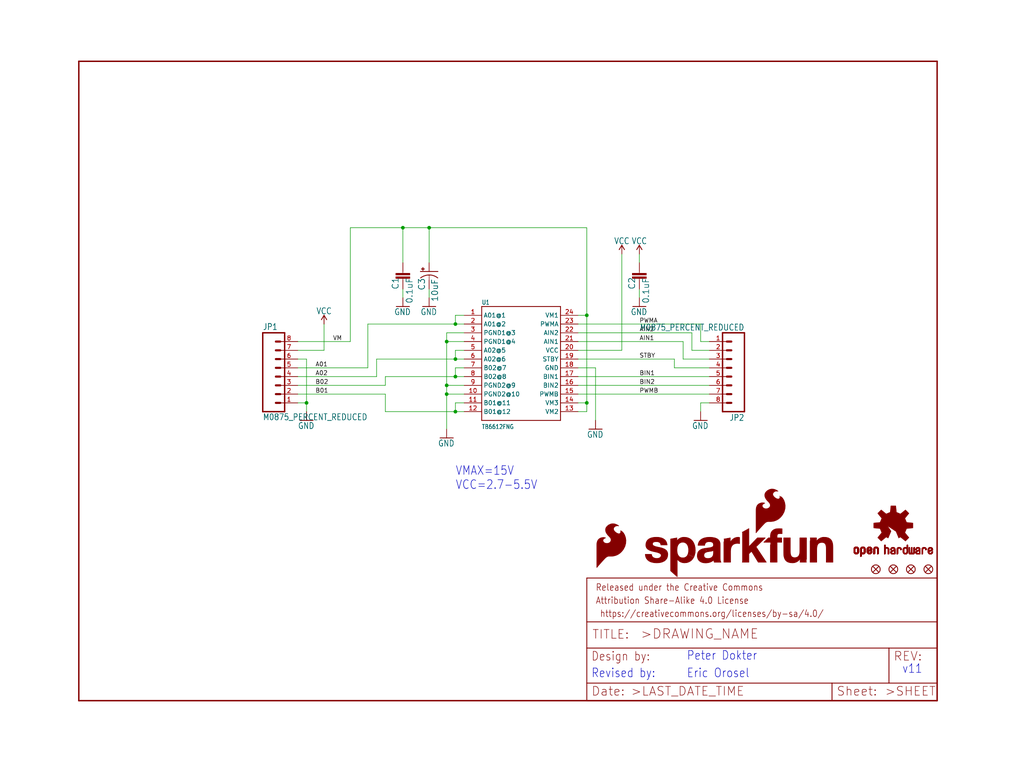
<source format=kicad_sch>
(kicad_sch (version 20211123) (generator eeschema)
  (paper "User" 297.002 223.926)
  (lib_symbols
    (symbol "eagleSchem-eagle-import:0.1UF-0402-16V-10%"
      (property "Reference" "C" (at 1.524 2.921 0))
      (property "Value" "0.1UF-0402-16V-10%" (at 1.524 -2.159 0))
      (symbol "0.1UF-0402-16V-10%_1_0"
        (pin passive line (at 0 5.08 270) (length 2.54) (name "1") (number "1"))
        (pin passive line (at 0 -2.54 90) (length 2.54) (name "2") (number "2"))
      )
    )
    (symbol "eagleSchem-eagle-import:10UF-POLAR-EIA3528-20V-10%(TANT)"
      (property "Reference" "C" (at 1.016 0.635 0))
      (property "Value" "10UF-POLAR-EIA3528-20V-10%(TANT)" (at 1.016 -4.191 0))
      (symbol "10UF-POLAR-EIA3528-20V-10%(TANT)_1_0"
        (pin passive line (at 0 2.54 270) (length 2.54) (name "+") (number "A"))
        (pin passive line (at 0 -5.08 90) (length 2.54) (name "-") (number "C"))
      )
    )
    (symbol "eagleSchem-eagle-import:FIDUCIALUFIDUCIAL")
    (symbol "eagleSchem-eagle-import:FRAME-LETTER"
      (symbol "FRAME-LETTER_2_0"
        (text " https://creativecommons.org/licenses/by-sa/4.0/" (at 2.54 24.13 0) (effects (font (size 1.9304 1.6408)) (justify left bottom)))
        (text ">DRAWING_NAME" (at 15.494 17.78 0) (effects (font (size 2.7432 2.7432)) (justify left bottom)))
        (text ">LAST_DATE_TIME" (at 12.7 1.27 0) (effects (font (size 2.54 2.54)) (justify left bottom)))
        (text ">SHEET" (at 86.36 1.27 0) (effects (font (size 2.54 2.54)) (justify left bottom)))
        (text "Attribution Share-Alike 4.0 License" (at 2.54 27.94 0) (effects (font (size 1.9304 1.6408)) (justify left bottom)))
        (text "Date:" (at 1.27 1.27 0) (effects (font (size 2.54 2.54)) (justify left bottom)))
        (text "Design by:" (at 1.27 11.43 0) (effects (font (size 2.54 2.159)) (justify left bottom)))
        (text "Released under the Creative Commons" (at 2.54 31.75 0) (effects (font (size 1.9304 1.6408)) (justify left bottom)))
        (text "REV:" (at 88.9 11.43 0) (effects (font (size 2.54 2.54)) (justify left bottom)))
        (text "Sheet:" (at 72.39 1.27 0) (effects (font (size 2.54 2.54)) (justify left bottom)))
        (text "TITLE:" (at 1.524 17.78 0) (effects (font (size 2.54 2.54)) (justify left bottom)))
      )
    )
    (symbol "eagleSchem-eagle-import:GND" (power)
      (property "Value" "GND" (at -2.54 -2.54 0))
      (symbol "GND_1_0"
        (pin power_in line (at 0 2.54 270) (length 2.54) (name "GND") (number "1"))
      )
    )
    (symbol "eagleSchem-eagle-import:M0875_PERCENT_REDUCED"
      (property "Reference" "JP" (at -5.08 13.462 0))
      (property "Value" "M0875_PERCENT_REDUCED" (at -5.08 -12.7 0))
      (symbol "M0875_PERCENT_REDUCED_1_0"
        (pin passive line (at 5.08 -7.62 180) (length 5.08) (name "1") (number "1"))
        (pin passive line (at 5.08 -5.08 180) (length 5.08) (name "2") (number "2"))
        (pin passive line (at 5.08 -2.54 180) (length 5.08) (name "3") (number "3"))
        (pin passive line (at 5.08 0 180) (length 5.08) (name "4") (number "4"))
        (pin passive line (at 5.08 2.54 180) (length 5.08) (name "5") (number "5"))
        (pin passive line (at 5.08 5.08 180) (length 5.08) (name "6") (number "6"))
        (pin passive line (at 5.08 7.62 180) (length 5.08) (name "7") (number "7"))
        (pin passive line (at 5.08 10.16 180) (length 5.08) (name "8") (number "8"))
      )
    )
    (symbol "eagleSchem-eagle-import:OSHW-LOGOS")
    (symbol "eagleSchem-eagle-import:SFE_LOGO_FLAME.1_INCH")
    (symbol "eagleSchem-eagle-import:SFE_LOGO_NAME_FLAME.1_INCH")
    (symbol "eagleSchem-eagle-import:TB6612FNG"
      (property "Value" "TB6612FNG" (at -12.7 -20.32 0))
      (symbol "TB6612FNG_1_0"
        (pin bidirectional line (at -17.78 12.7 0) (length 5.08) (name "A01@1") (number "1"))
        (pin bidirectional line (at -17.78 -10.16 0) (length 5.08) (name "PGND2@10") (number "10"))
        (pin bidirectional line (at -17.78 -12.7 0) (length 5.08) (name "B01@11") (number "11"))
        (pin bidirectional line (at -17.78 -15.24 0) (length 5.08) (name "B01@12") (number "12"))
        (pin bidirectional line (at 15.24 -15.24 180) (length 5.08) (name "VM2") (number "13"))
        (pin bidirectional line (at 15.24 -12.7 180) (length 5.08) (name "VM3") (number "14"))
        (pin bidirectional line (at 15.24 -10.16 180) (length 5.08) (name "PWMB") (number "15"))
        (pin bidirectional line (at 15.24 -7.62 180) (length 5.08) (name "BIN2") (number "16"))
        (pin bidirectional line (at 15.24 -5.08 180) (length 5.08) (name "BIN1") (number "17"))
        (pin bidirectional line (at 15.24 -2.54 180) (length 5.08) (name "GND") (number "18"))
        (pin bidirectional line (at 15.24 0 180) (length 5.08) (name "STBY") (number "19"))
        (pin bidirectional line (at -17.78 10.16 0) (length 5.08) (name "A01@2") (number "2"))
        (pin bidirectional line (at 15.24 2.54 180) (length 5.08) (name "VCC") (number "20"))
        (pin bidirectional line (at 15.24 5.08 180) (length 5.08) (name "AIN1") (number "21"))
        (pin bidirectional line (at 15.24 7.62 180) (length 5.08) (name "AIN2") (number "22"))
        (pin bidirectional line (at 15.24 10.16 180) (length 5.08) (name "PWMA") (number "23"))
        (pin bidirectional line (at 15.24 12.7 180) (length 5.08) (name "VM1") (number "24"))
        (pin bidirectional line (at -17.78 7.62 0) (length 5.08) (name "PGND1@3") (number "3"))
        (pin bidirectional line (at -17.78 5.08 0) (length 5.08) (name "PGND1@4") (number "4"))
        (pin bidirectional line (at -17.78 2.54 0) (length 5.08) (name "A02@5") (number "5"))
        (pin bidirectional line (at -17.78 0 0) (length 5.08) (name "A02@6") (number "6"))
        (pin bidirectional line (at -17.78 -2.54 0) (length 5.08) (name "B02@7") (number "7"))
        (pin bidirectional line (at -17.78 -5.08 0) (length 5.08) (name "B02@8") (number "8"))
        (pin bidirectional line (at -17.78 -7.62 0) (length 5.08) (name "PGND2@9") (number "9"))
      )
    )
    (symbol "eagleSchem-eagle-import:VCC" (power)
      (property "Value" "VCC" (at 0 2.794 0))
      (symbol "VCC_1_0"
        (pin power_in line (at 0 0 90) (length 2.54) (name "VCC") (number "1"))
      )
    )
  )
  (junction (at 170.18 116.84))
  (junction (at 132.08 119.38))
  (junction (at 132.08 104.14))
  (junction (at 132.08 93.98))
  (junction (at 129.54 99.06))
  (junction (at 170.18 91.44))
  (junction (at 129.54 111.76))
  (junction (at 132.08 109.22))
  (junction (at 129.54 114.3))
  (junction (at 116.84 66.04))
  (junction (at 124.46 66.04))
  (junction (at 88.9 116.84))
  (wire (pts (xy 132.08 109.22) (xy 111.76 109.22)))
  (wire (pts (xy 134.62 93.98) (xy 132.08 93.98)))
  (wire (pts (xy 167.64 91.44) (xy 170.18 91.44)))
  (wire (pts (xy 172.72 106.68) (xy 172.72 121.92)))
  (wire (pts (xy 134.62 114.3) (xy 129.54 114.3)))
  (wire (pts (xy 132.08 119.38) (xy 111.76 119.38)))
  (wire (pts (xy 101.6 66.04) (xy 101.6 99.06)))
  (wire (pts (xy 106.68 93.98) (xy 106.68 106.68)))
  (wire (pts (xy 180.34 101.6) (xy 180.34 73.66)))
  (wire (pts (xy 129.54 99.06) (xy 129.54 111.76)))
  (wire (pts (xy 170.18 66.04) (xy 124.46 66.04)))
  (wire (pts (xy 129.54 96.52) (xy 129.54 99.06)))
  (wire (pts (xy 167.64 109.22) (xy 205.74 109.22)))
  (wire (pts (xy 198.12 104.14) (xy 205.74 104.14)))
  (wire (pts (xy 134.62 99.06) (xy 129.54 99.06)))
  (wire (pts (xy 134.62 91.44) (xy 132.08 91.44)))
  (wire (pts (xy 106.68 106.68) (xy 86.36 106.68)))
  (wire (pts (xy 167.64 111.76) (xy 205.74 111.76)))
  (wire (pts (xy 124.46 83.82) (xy 124.46 86.36)))
  (wire (pts (xy 203.2 99.06) (xy 205.74 99.06)))
  (wire (pts (xy 132.08 93.98) (xy 106.68 93.98)))
  (wire (pts (xy 170.18 116.84) (xy 170.18 91.44)))
  (wire (pts (xy 86.36 101.6) (xy 93.98 101.6)))
  (wire (pts (xy 129.54 111.76) (xy 129.54 114.3)))
  (wire (pts (xy 200.66 96.52) (xy 200.66 101.6)))
  (wire (pts (xy 195.58 106.68) (xy 205.74 106.68)))
  (wire (pts (xy 203.2 116.84) (xy 203.2 119.38)))
  (wire (pts (xy 167.64 119.38) (xy 170.18 119.38)))
  (wire (pts (xy 167.64 101.6) (xy 180.34 101.6)))
  (wire (pts (xy 124.46 66.04) (xy 116.84 66.04)))
  (wire (pts (xy 185.42 76.2) (xy 185.42 73.66)))
  (wire (pts (xy 167.64 106.68) (xy 172.72 106.68)))
  (wire (pts (xy 88.9 104.14) (xy 88.9 116.84)))
  (wire (pts (xy 109.22 104.14) (xy 109.22 109.22)))
  (wire (pts (xy 134.62 101.6) (xy 132.08 101.6)))
  (wire (pts (xy 203.2 93.98) (xy 203.2 99.06)))
  (wire (pts (xy 134.62 111.76) (xy 129.54 111.76)))
  (wire (pts (xy 109.22 109.22) (xy 86.36 109.22)))
  (wire (pts (xy 134.62 104.14) (xy 132.08 104.14)))
  (wire (pts (xy 205.74 116.84) (xy 203.2 116.84)))
  (wire (pts (xy 86.36 104.14) (xy 88.9 104.14)))
  (wire (pts (xy 93.98 101.6) (xy 93.98 93.98)))
  (wire (pts (xy 134.62 116.84) (xy 132.08 116.84)))
  (wire (pts (xy 200.66 101.6) (xy 205.74 101.6)))
  (wire (pts (xy 132.08 104.14) (xy 109.22 104.14)))
  (wire (pts (xy 132.08 91.44) (xy 132.08 93.98)))
  (wire (pts (xy 132.08 101.6) (xy 132.08 104.14)))
  (wire (pts (xy 111.76 114.3) (xy 111.76 119.38)))
  (wire (pts (xy 116.84 76.2) (xy 116.84 66.04)))
  (wire (pts (xy 134.62 106.68) (xy 132.08 106.68)))
  (wire (pts (xy 86.36 116.84) (xy 88.9 116.84)))
  (wire (pts (xy 88.9 116.84) (xy 88.9 119.38)))
  (wire (pts (xy 167.64 96.52) (xy 200.66 96.52)))
  (wire (pts (xy 170.18 119.38) (xy 170.18 116.84)))
  (wire (pts (xy 134.62 109.22) (xy 132.08 109.22)))
  (wire (pts (xy 111.76 111.76) (xy 86.36 111.76)))
  (wire (pts (xy 132.08 106.68) (xy 132.08 109.22)))
  (wire (pts (xy 111.76 109.22) (xy 111.76 111.76)))
  (wire (pts (xy 167.64 93.98) (xy 203.2 93.98)))
  (wire (pts (xy 132.08 116.84) (xy 132.08 119.38)))
  (wire (pts (xy 167.64 116.84) (xy 170.18 116.84)))
  (wire (pts (xy 116.84 86.36) (xy 116.84 83.82)))
  (wire (pts (xy 86.36 99.06) (xy 101.6 99.06)))
  (wire (pts (xy 167.64 104.14) (xy 195.58 104.14)))
  (wire (pts (xy 167.64 99.06) (xy 198.12 99.06)))
  (wire (pts (xy 198.12 99.06) (xy 198.12 104.14)))
  (wire (pts (xy 134.62 119.38) (xy 132.08 119.38)))
  (wire (pts (xy 170.18 91.44) (xy 170.18 66.04)))
  (wire (pts (xy 185.42 86.36) (xy 185.42 83.82)))
  (wire (pts (xy 124.46 76.2) (xy 124.46 66.04)))
  (wire (pts (xy 195.58 104.14) (xy 195.58 106.68)))
  (wire (pts (xy 167.64 114.3) (xy 205.74 114.3)))
  (wire (pts (xy 134.62 96.52) (xy 129.54 96.52)))
  (wire (pts (xy 129.54 114.3) (xy 129.54 124.46)))
  (wire (pts (xy 116.84 66.04) (xy 101.6 66.04)))
  (wire (pts (xy 86.36 114.3) (xy 111.76 114.3)))
  (text "VMAX=15V\nVCC=2.7-5.5V" (at 132.08 142.24 180) (effects (font (size 2.54 2.159)) (justify left bottom)))
  (text "Eric Orosel" (at 199.136 196.85 180) (effects (font (size 2.54 2.159)) (justify left bottom)))
  (text "Peter Dokter" (at 199.136 191.77 180) (effects (font (size 2.54 2.159)) (justify left bottom)))
  (text "Revised by:" (at 171.45 196.85 180) (effects (font (size 2.54 2.159)) (justify left bottom)))
  (text "v11" (at 261.62 195.58 180) (effects (font (size 2.54 2.159)) (justify left bottom)))
  (label "A02" (at 91.44 109.22 0) (effects (font (size 1.2446 1.2446))))
  (label "AIN2" (at 185.42 96.52 0) (effects (font (size 1.2446 1.2446))))
  (label "BIN2" (at 185.42 111.76 0) (effects (font (size 1.2446 1.2446))))
  (label "B01" (at 91.44 114.3 0) (effects (font (size 1.2446 1.2446))))
  (label "VM" (at 96.52 99.06 0) (effects (font (size 1.2446 1.2446))))
  (label "A01" (at 91.44 106.68 0) (effects (font (size 1.2446 1.2446))))
  (label "BIN1" (at 185.42 109.22 0) (effects (font (size 1.2446 1.2446))))
  (label "STBY" (at 185.42 104.14 0) (effects (font (size 1.2446 1.2446))))
  (label "AIN1" (at 185.42 99.06 0) (effects (font (size 1.2446 1.2446))))
  (label "PWMB" (at 185.42 114.3 0) (effects (font (size 1.2446 1.2446))))
  (label "PWMA" (at 185.42 93.98 0) (effects (font (size 1.2446 1.2446))))
  (label "B02" (at 91.44 111.76 0) (effects (font (size 1.2446 1.2446))))
  (symbol (lib_id "eagleSchem-eagle-import:SFE_LOGO_FLAME.1_INCH") (at 172.72 165.1 0) (unit 1)
    (property "Reference" "LOGO1" (effects hide))
    (property "Value" "SFE_LOGO_FLAME.1_INCH" (effects hide))
    (property "Footprint" "eagleSchem:SFE_LOGO_FLAME_.1" (effects hide))
  )
  (symbol (lib_id "eagleSchem-eagle-import:VCC") (at 93.98 93.98 0) (unit 1)
    (property "Reference" "#SUPPLY2" (effects hide))
    (property "Value" "VCC" (at 93.98 91.186 0) (effects (font (size 1.778 1.5113)) (justify bottom)))
    (property "Footprint" "eagleSchem:" (effects hide))
  )
  (symbol (lib_id "eagleSchem-eagle-import:VCC") (at 180.34 73.66 0) (unit 1)
    (property "Reference" "#SUPPLY1" (effects hide))
    (property "Value" "VCC" (at 180.34 70.866 0) (effects (font (size 1.778 1.5113)) (justify bottom)))
    (property "Footprint" "eagleSchem:" (effects hide))
  )
  (symbol (lib_id "eagleSchem-eagle-import:GND") (at 124.46 88.9 0) (unit 1)
    (property "Reference" "#GND4" (effects hide))
    (property "Value" "GND" (at 121.92 91.44 0) (effects (font (size 1.778 1.5113)) (justify left bottom)))
    (property "Footprint" "eagleSchem:" (effects hide))
  )
  (symbol (lib_id "eagleSchem-eagle-import:GND") (at 203.2 121.92 0) (unit 1)
    (property "Reference" "#GND7" (effects hide))
    (property "Value" "GND" (at 200.66 124.46 0) (effects (font (size 1.778 1.5113)) (justify left bottom)))
    (property "Footprint" "eagleSchem:" (effects hide))
  )
  (symbol (lib_id "eagleSchem-eagle-import:SFE_LOGO_NAME_FLAME.1_INCH") (at 186.436 167.64 0) (unit 1)
    (property "Reference" "LOGO4" (effects hide))
    (property "Value" "SFE_LOGO_NAME_FLAME.1_INCH" (effects hide))
    (property "Footprint" "eagleSchem:SFE_LOGO_NAME_FLAME_.1" (effects hide))
  )
  (symbol (lib_id "eagleSchem-eagle-import:FIDUCIALUFIDUCIAL") (at 264.16 165.1 90) (unit 1)
    (property "Reference" "FD2" (effects hide))
    (property "Value" "FIDUCIALUFIDUCIAL" (effects hide))
    (property "Footprint" "eagleSchem:FIDUCIAL-MICRO" (effects hide))
  )
  (symbol (lib_id "eagleSchem-eagle-import:M0875_PERCENT_REDUCED") (at 81.28 109.22 0) (unit 1)
    (property "Reference" "JP1" (at 76.2 95.758 0) (effects (font (size 1.778 1.5113)) (justify left bottom)))
    (property "Value" "M0875_PERCENT_REDUCED" (at 76.2 121.92 0) (effects (font (size 1.778 1.5113)) (justify left bottom)))
    (property "Footprint" "eagleSchem:1X08_OFFSET_REDUCED" (effects hide))
  )
  (symbol (lib_id "eagleSchem-eagle-import:FIDUCIALUFIDUCIAL") (at 254 165.1 90) (unit 1)
    (property "Reference" "FD4" (effects hide))
    (property "Value" "FIDUCIALUFIDUCIAL" (effects hide))
    (property "Footprint" "eagleSchem:FIDUCIAL-MICRO" (effects hide))
  )
  (symbol (lib_id "eagleSchem-eagle-import:OSHW-LOGOS") (at 259.08 152.4 0) (unit 1)
    (property "Reference" "LOGO2" (effects hide))
    (property "Value" "OSHW-LOGOS" (effects hide))
    (property "Footprint" "eagleSchem:OSHW-LOGO-S" (effects hide))
  )
  (symbol (lib_id "eagleSchem-eagle-import:FIDUCIALUFIDUCIAL") (at 269.24 165.1 90) (unit 1)
    (property "Reference" "FD1" (effects hide))
    (property "Value" "FIDUCIALUFIDUCIAL" (effects hide))
    (property "Footprint" "eagleSchem:FIDUCIAL-MICRO" (effects hide))
  )
  (symbol (lib_id "eagleSchem-eagle-import:0.1UF-0402-16V-10%") (at 185.42 81.28 0) (unit 1)
    (property "Reference" "C2" (at 184.277 84.074 90) (effects (font (size 1.778 1.778)) (justify left bottom)))
    (property "Value" "0.1uF" (at 188.341 88.138 90) (effects (font (size 1.778 1.778)) (justify left bottom)))
    (property "Footprint" "eagleSchem:0402" (effects hide))
  )
  (symbol (lib_id "eagleSchem-eagle-import:GND") (at 88.9 121.92 0) (unit 1)
    (property "Reference" "#GND6" (effects hide))
    (property "Value" "GND" (at 86.36 124.46 0) (effects (font (size 1.778 1.5113)) (justify left bottom)))
    (property "Footprint" "eagleSchem:" (effects hide))
  )
  (symbol (lib_id "eagleSchem-eagle-import:GND") (at 129.54 127 0) (unit 1)
    (property "Reference" "#GND1" (effects hide))
    (property "Value" "GND" (at 127 129.54 0) (effects (font (size 1.778 1.5113)) (justify left bottom)))
    (property "Footprint" "eagleSchem:" (effects hide))
  )
  (symbol (lib_id "eagleSchem-eagle-import:FRAME-LETTER") (at 22.86 203.2 0) (unit 1)
    (property "Reference" "FRAME1" (effects hide))
    (property "Value" "FRAME-LETTER" (effects hide))
    (property "Footprint" "eagleSchem:CREATIVE_COMMONS" (effects hide))
  )
  (symbol (lib_id "eagleSchem-eagle-import:VCC") (at 185.42 73.66 0) (unit 1)
    (property "Reference" "#SUPPLY3" (effects hide))
    (property "Value" "VCC" (at 185.42 70.866 0) (effects (font (size 1.778 1.5113)) (justify bottom)))
    (property "Footprint" "eagleSchem:" (effects hide))
  )
  (symbol (lib_id "eagleSchem-eagle-import:GND") (at 185.42 88.9 0) (unit 1)
    (property "Reference" "#GND3" (effects hide))
    (property "Value" "GND" (at 182.88 91.44 0) (effects (font (size 1.778 1.5113)) (justify left bottom)))
    (property "Footprint" "eagleSchem:" (effects hide))
  )
  (symbol (lib_id "eagleSchem-eagle-import:10UF-POLAR-EIA3528-20V-10%(TANT)") (at 124.46 78.74 0) (unit 1)
    (property "Reference" "C3" (at 123.317 84.328 90) (effects (font (size 1.778 1.778)) (justify left bottom)))
    (property "Value" "10uF" (at 127.127 87.63 90) (effects (font (size 1.778 1.778)) (justify left bottom)))
    (property "Footprint" "eagleSchem:EIA3528" (effects hide))
  )
  (symbol (lib_id "eagleSchem-eagle-import:GND") (at 116.84 88.9 0) (unit 1)
    (property "Reference" "#GND2" (effects hide))
    (property "Value" "GND" (at 114.3 91.44 0) (effects (font (size 1.778 1.5113)) (justify left bottom)))
    (property "Footprint" "eagleSchem:" (effects hide))
  )
  (symbol (lib_id "eagleSchem-eagle-import:M0875_PERCENT_REDUCED") (at 210.82 106.68 180) (unit 1)
    (property "Reference" "JP2" (at 215.9 120.142 0) (effects (font (size 1.778 1.5113)) (justify left bottom)))
    (property "Value" "M0875_PERCENT_REDUCED" (at 215.9 93.98 0) (effects (font (size 1.778 1.5113)) (justify left bottom)))
    (property "Footprint" "eagleSchem:1X08_OFFSET_REDUCED" (effects hide))
  )
  (symbol (lib_id "eagleSchem-eagle-import:FRAME-LETTER") (at 170.18 203.2 0) (unit 2)
    (property "Reference" "FRAME1" (effects hide))
    (property "Value" "FRAME-LETTER" (effects hide))
    (property "Footprint" "eagleSchem:CREATIVE_COMMONS" (effects hide))
  )
  (symbol (lib_id "eagleSchem-eagle-import:GND") (at 172.72 124.46 0) (unit 1)
    (property "Reference" "#GND5" (effects hide))
    (property "Value" "GND" (at 170.18 127 0) (effects (font (size 1.778 1.5113)) (justify left bottom)))
    (property "Footprint" "eagleSchem:" (effects hide))
  )
  (symbol (lib_id "eagleSchem-eagle-import:TB6612FNG") (at 152.4 104.14 0) (unit 1)
    (property "Reference" "U1" (at 139.7 88.392 0) (effects (font (size 1.27 1.0795)) (justify left bottom)))
    (property "Value" "TB6612FNG" (at 139.7 124.46 0) (effects (font (size 1.27 1.0795)) (justify left bottom)))
    (property "Footprint" "eagleSchem:SSOP24" (effects hide))
  )
  (symbol (lib_id "eagleSchem-eagle-import:0.1UF-0402-16V-10%") (at 116.84 81.28 0) (unit 1)
    (property "Reference" "C1" (at 115.697 84.074 90) (effects (font (size 1.778 1.778)) (justify left bottom)))
    (property "Value" "0.1uF" (at 119.761 88.138 90) (effects (font (size 1.778 1.778)) (justify left bottom)))
    (property "Footprint" "eagleSchem:0402" (effects hide))
  )
  (symbol (lib_id "eagleSchem-eagle-import:FIDUCIALUFIDUCIAL") (at 259.08 165.1 90) (unit 1)
    (property "Reference" "FD3" (effects hide))
    (property "Value" "FIDUCIALUFIDUCIAL" (effects hide))
    (property "Footprint" "eagleSchem:FIDUCIAL-MICRO" (effects hide))
  )
)
</source>
